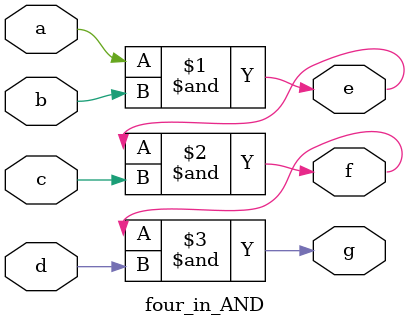
<source format=v>
`timescale 1ns / 1ps


module four_in_AND(
    input a, b, c, d,
    output e, f, g
    );
    
assign e=a&b;
assign f=e&c;
assign g=f&d;

endmodule
</source>
